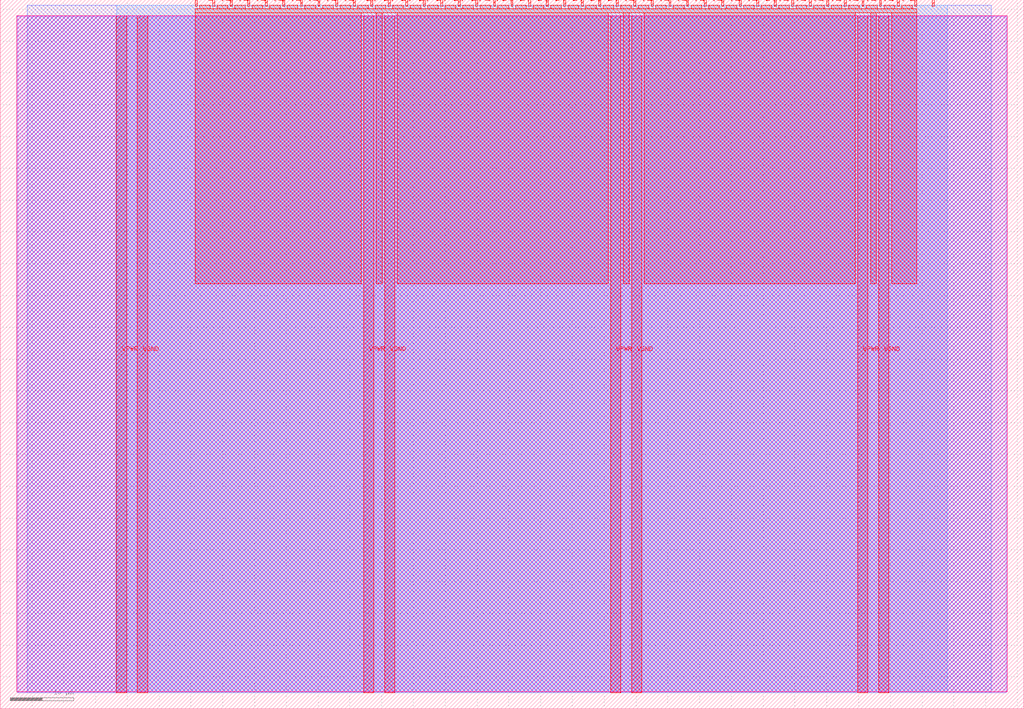
<source format=lef>
VERSION 5.7 ;
  NOWIREEXTENSIONATPIN ON ;
  DIVIDERCHAR "/" ;
  BUSBITCHARS "[]" ;
MACRO tt_um_lcd_controller_Andres078
  CLASS BLOCK ;
  FOREIGN tt_um_lcd_controller_Andres078 ;
  ORIGIN 0.000 0.000 ;
  SIZE 161.000 BY 111.520 ;
  PIN VGND
    DIRECTION INOUT ;
    USE GROUND ;
    PORT
      LAYER met4 ;
        RECT 21.580 2.480 23.180 109.040 ;
    END
    PORT
      LAYER met4 ;
        RECT 60.450 2.480 62.050 109.040 ;
    END
    PORT
      LAYER met4 ;
        RECT 99.320 2.480 100.920 109.040 ;
    END
    PORT
      LAYER met4 ;
        RECT 138.190 2.480 139.790 109.040 ;
    END
  END VGND
  PIN VPWR
    DIRECTION INOUT ;
    USE POWER ;
    PORT
      LAYER met4 ;
        RECT 18.280 2.480 19.880 109.040 ;
    END
    PORT
      LAYER met4 ;
        RECT 57.150 2.480 58.750 109.040 ;
    END
    PORT
      LAYER met4 ;
        RECT 96.020 2.480 97.620 109.040 ;
    END
    PORT
      LAYER met4 ;
        RECT 134.890 2.480 136.490 109.040 ;
    END
  END VPWR
  PIN clk
    DIRECTION INPUT ;
    USE SIGNAL ;
    ANTENNAGATEAREA 0.852000 ;
    PORT
      LAYER met4 ;
        RECT 143.830 110.520 144.130 111.520 ;
    END
  END clk
  PIN ena
    DIRECTION INPUT ;
    USE SIGNAL ;
    PORT
      LAYER met4 ;
        RECT 146.590 110.520 146.890 111.520 ;
    END
  END ena
  PIN rst_n
    DIRECTION INPUT ;
    USE SIGNAL ;
    ANTENNAGATEAREA 0.196500 ;
    PORT
      LAYER met4 ;
        RECT 141.070 110.520 141.370 111.520 ;
    END
  END rst_n
  PIN ui_in[0]
    DIRECTION INPUT ;
    USE SIGNAL ;
    PORT
      LAYER met4 ;
        RECT 138.310 110.520 138.610 111.520 ;
    END
  END ui_in[0]
  PIN ui_in[1]
    DIRECTION INPUT ;
    USE SIGNAL ;
    PORT
      LAYER met4 ;
        RECT 135.550 110.520 135.850 111.520 ;
    END
  END ui_in[1]
  PIN ui_in[2]
    DIRECTION INPUT ;
    USE SIGNAL ;
    PORT
      LAYER met4 ;
        RECT 132.790 110.520 133.090 111.520 ;
    END
  END ui_in[2]
  PIN ui_in[3]
    DIRECTION INPUT ;
    USE SIGNAL ;
    PORT
      LAYER met4 ;
        RECT 130.030 110.520 130.330 111.520 ;
    END
  END ui_in[3]
  PIN ui_in[4]
    DIRECTION INPUT ;
    USE SIGNAL ;
    PORT
      LAYER met4 ;
        RECT 127.270 110.520 127.570 111.520 ;
    END
  END ui_in[4]
  PIN ui_in[5]
    DIRECTION INPUT ;
    USE SIGNAL ;
    PORT
      LAYER met4 ;
        RECT 124.510 110.520 124.810 111.520 ;
    END
  END ui_in[5]
  PIN ui_in[6]
    DIRECTION INPUT ;
    USE SIGNAL ;
    PORT
      LAYER met4 ;
        RECT 121.750 110.520 122.050 111.520 ;
    END
  END ui_in[6]
  PIN ui_in[7]
    DIRECTION INPUT ;
    USE SIGNAL ;
    PORT
      LAYER met4 ;
        RECT 118.990 110.520 119.290 111.520 ;
    END
  END ui_in[7]
  PIN uio_in[0]
    DIRECTION INPUT ;
    USE SIGNAL ;
    PORT
      LAYER met4 ;
        RECT 116.230 110.520 116.530 111.520 ;
    END
  END uio_in[0]
  PIN uio_in[1]
    DIRECTION INPUT ;
    USE SIGNAL ;
    PORT
      LAYER met4 ;
        RECT 113.470 110.520 113.770 111.520 ;
    END
  END uio_in[1]
  PIN uio_in[2]
    DIRECTION INPUT ;
    USE SIGNAL ;
    PORT
      LAYER met4 ;
        RECT 110.710 110.520 111.010 111.520 ;
    END
  END uio_in[2]
  PIN uio_in[3]
    DIRECTION INPUT ;
    USE SIGNAL ;
    PORT
      LAYER met4 ;
        RECT 107.950 110.520 108.250 111.520 ;
    END
  END uio_in[3]
  PIN uio_in[4]
    DIRECTION INPUT ;
    USE SIGNAL ;
    PORT
      LAYER met4 ;
        RECT 105.190 110.520 105.490 111.520 ;
    END
  END uio_in[4]
  PIN uio_in[5]
    DIRECTION INPUT ;
    USE SIGNAL ;
    PORT
      LAYER met4 ;
        RECT 102.430 110.520 102.730 111.520 ;
    END
  END uio_in[5]
  PIN uio_in[6]
    DIRECTION INPUT ;
    USE SIGNAL ;
    PORT
      LAYER met4 ;
        RECT 99.670 110.520 99.970 111.520 ;
    END
  END uio_in[6]
  PIN uio_in[7]
    DIRECTION INPUT ;
    USE SIGNAL ;
    PORT
      LAYER met4 ;
        RECT 96.910 110.520 97.210 111.520 ;
    END
  END uio_in[7]
  PIN uio_oe[0]
    DIRECTION OUTPUT ;
    USE SIGNAL ;
    PORT
      LAYER met4 ;
        RECT 49.990 110.520 50.290 111.520 ;
    END
  END uio_oe[0]
  PIN uio_oe[1]
    DIRECTION OUTPUT ;
    USE SIGNAL ;
    PORT
      LAYER met4 ;
        RECT 47.230 110.520 47.530 111.520 ;
    END
  END uio_oe[1]
  PIN uio_oe[2]
    DIRECTION OUTPUT ;
    USE SIGNAL ;
    PORT
      LAYER met4 ;
        RECT 44.470 110.520 44.770 111.520 ;
    END
  END uio_oe[2]
  PIN uio_oe[3]
    DIRECTION OUTPUT ;
    USE SIGNAL ;
    PORT
      LAYER met4 ;
        RECT 41.710 110.520 42.010 111.520 ;
    END
  END uio_oe[3]
  PIN uio_oe[4]
    DIRECTION OUTPUT ;
    USE SIGNAL ;
    PORT
      LAYER met4 ;
        RECT 38.950 110.520 39.250 111.520 ;
    END
  END uio_oe[4]
  PIN uio_oe[5]
    DIRECTION OUTPUT ;
    USE SIGNAL ;
    PORT
      LAYER met4 ;
        RECT 36.190 110.520 36.490 111.520 ;
    END
  END uio_oe[5]
  PIN uio_oe[6]
    DIRECTION OUTPUT ;
    USE SIGNAL ;
    PORT
      LAYER met4 ;
        RECT 33.430 110.520 33.730 111.520 ;
    END
  END uio_oe[6]
  PIN uio_oe[7]
    DIRECTION OUTPUT ;
    USE SIGNAL ;
    PORT
      LAYER met4 ;
        RECT 30.670 110.520 30.970 111.520 ;
    END
  END uio_oe[7]
  PIN uio_out[0]
    DIRECTION OUTPUT ;
    USE SIGNAL ;
    PORT
      LAYER met4 ;
        RECT 72.070 110.520 72.370 111.520 ;
    END
  END uio_out[0]
  PIN uio_out[1]
    DIRECTION OUTPUT ;
    USE SIGNAL ;
    PORT
      LAYER met4 ;
        RECT 69.310 110.520 69.610 111.520 ;
    END
  END uio_out[1]
  PIN uio_out[2]
    DIRECTION OUTPUT ;
    USE SIGNAL ;
    PORT
      LAYER met4 ;
        RECT 66.550 110.520 66.850 111.520 ;
    END
  END uio_out[2]
  PIN uio_out[3]
    DIRECTION OUTPUT ;
    USE SIGNAL ;
    PORT
      LAYER met4 ;
        RECT 63.790 110.520 64.090 111.520 ;
    END
  END uio_out[3]
  PIN uio_out[4]
    DIRECTION OUTPUT ;
    USE SIGNAL ;
    PORT
      LAYER met4 ;
        RECT 61.030 110.520 61.330 111.520 ;
    END
  END uio_out[4]
  PIN uio_out[5]
    DIRECTION OUTPUT ;
    USE SIGNAL ;
    PORT
      LAYER met4 ;
        RECT 58.270 110.520 58.570 111.520 ;
    END
  END uio_out[5]
  PIN uio_out[6]
    DIRECTION OUTPUT ;
    USE SIGNAL ;
    PORT
      LAYER met4 ;
        RECT 55.510 110.520 55.810 111.520 ;
    END
  END uio_out[6]
  PIN uio_out[7]
    DIRECTION OUTPUT ;
    USE SIGNAL ;
    PORT
      LAYER met4 ;
        RECT 52.750 110.520 53.050 111.520 ;
    END
  END uio_out[7]
  PIN uo_out[0]
    DIRECTION OUTPUT ;
    USE SIGNAL ;
    ANTENNAGATEAREA 0.126000 ;
    ANTENNADIFFAREA 0.891000 ;
    PORT
      LAYER met4 ;
        RECT 94.150 110.520 94.450 111.520 ;
    END
  END uo_out[0]
  PIN uo_out[1]
    DIRECTION OUTPUT ;
    USE SIGNAL ;
    ANTENNAGATEAREA 0.247500 ;
    ANTENNADIFFAREA 0.891000 ;
    PORT
      LAYER met4 ;
        RECT 91.390 110.520 91.690 111.520 ;
    END
  END uo_out[1]
  PIN uo_out[2]
    DIRECTION OUTPUT ;
    USE SIGNAL ;
    ANTENNAGATEAREA 0.126000 ;
    ANTENNADIFFAREA 0.891000 ;
    PORT
      LAYER met4 ;
        RECT 88.630 110.520 88.930 111.520 ;
    END
  END uo_out[2]
  PIN uo_out[3]
    DIRECTION OUTPUT ;
    USE SIGNAL ;
    ANTENNAGATEAREA 0.126000 ;
    ANTENNADIFFAREA 0.891000 ;
    PORT
      LAYER met4 ;
        RECT 85.870 110.520 86.170 111.520 ;
    END
  END uo_out[3]
  PIN uo_out[4]
    DIRECTION OUTPUT ;
    USE SIGNAL ;
    ANTENNAGATEAREA 0.126000 ;
    ANTENNADIFFAREA 0.891000 ;
    PORT
      LAYER met4 ;
        RECT 83.110 110.520 83.410 111.520 ;
    END
  END uo_out[4]
  PIN uo_out[5]
    DIRECTION OUTPUT ;
    USE SIGNAL ;
    ANTENNAGATEAREA 0.126000 ;
    ANTENNADIFFAREA 0.891000 ;
    PORT
      LAYER met4 ;
        RECT 80.350 110.520 80.650 111.520 ;
    END
  END uo_out[5]
  PIN uo_out[6]
    DIRECTION OUTPUT ;
    USE SIGNAL ;
    PORT
      LAYER met4 ;
        RECT 77.590 110.520 77.890 111.520 ;
    END
  END uo_out[6]
  PIN uo_out[7]
    DIRECTION OUTPUT ;
    USE SIGNAL ;
    PORT
      LAYER met4 ;
        RECT 74.830 110.520 75.130 111.520 ;
    END
  END uo_out[7]
  OBS
      LAYER nwell ;
        RECT 2.570 2.635 158.430 108.990 ;
      LAYER li1 ;
        RECT 2.760 2.635 158.240 108.885 ;
      LAYER met1 ;
        RECT 2.760 2.480 158.240 109.040 ;
      LAYER met2 ;
        RECT 4.240 2.535 155.840 110.685 ;
      LAYER met3 ;
        RECT 18.290 2.555 148.975 110.665 ;
      LAYER met4 ;
        RECT 31.370 110.120 33.030 110.665 ;
        RECT 34.130 110.120 35.790 110.665 ;
        RECT 36.890 110.120 38.550 110.665 ;
        RECT 39.650 110.120 41.310 110.665 ;
        RECT 42.410 110.120 44.070 110.665 ;
        RECT 45.170 110.120 46.830 110.665 ;
        RECT 47.930 110.120 49.590 110.665 ;
        RECT 50.690 110.120 52.350 110.665 ;
        RECT 53.450 110.120 55.110 110.665 ;
        RECT 56.210 110.120 57.870 110.665 ;
        RECT 58.970 110.120 60.630 110.665 ;
        RECT 61.730 110.120 63.390 110.665 ;
        RECT 64.490 110.120 66.150 110.665 ;
        RECT 67.250 110.120 68.910 110.665 ;
        RECT 70.010 110.120 71.670 110.665 ;
        RECT 72.770 110.120 74.430 110.665 ;
        RECT 75.530 110.120 77.190 110.665 ;
        RECT 78.290 110.120 79.950 110.665 ;
        RECT 81.050 110.120 82.710 110.665 ;
        RECT 83.810 110.120 85.470 110.665 ;
        RECT 86.570 110.120 88.230 110.665 ;
        RECT 89.330 110.120 90.990 110.665 ;
        RECT 92.090 110.120 93.750 110.665 ;
        RECT 94.850 110.120 96.510 110.665 ;
        RECT 97.610 110.120 99.270 110.665 ;
        RECT 100.370 110.120 102.030 110.665 ;
        RECT 103.130 110.120 104.790 110.665 ;
        RECT 105.890 110.120 107.550 110.665 ;
        RECT 108.650 110.120 110.310 110.665 ;
        RECT 111.410 110.120 113.070 110.665 ;
        RECT 114.170 110.120 115.830 110.665 ;
        RECT 116.930 110.120 118.590 110.665 ;
        RECT 119.690 110.120 121.350 110.665 ;
        RECT 122.450 110.120 124.110 110.665 ;
        RECT 125.210 110.120 126.870 110.665 ;
        RECT 127.970 110.120 129.630 110.665 ;
        RECT 130.730 110.120 132.390 110.665 ;
        RECT 133.490 110.120 135.150 110.665 ;
        RECT 136.250 110.120 137.910 110.665 ;
        RECT 139.010 110.120 140.670 110.665 ;
        RECT 141.770 110.120 143.430 110.665 ;
        RECT 30.655 109.440 144.145 110.120 ;
        RECT 30.655 66.815 56.750 109.440 ;
        RECT 59.150 66.815 60.050 109.440 ;
        RECT 62.450 66.815 95.620 109.440 ;
        RECT 98.020 66.815 98.920 109.440 ;
        RECT 101.320 66.815 134.490 109.440 ;
        RECT 136.890 66.815 137.790 109.440 ;
        RECT 140.190 66.815 144.145 109.440 ;
  END
END tt_um_lcd_controller_Andres078
END LIBRARY


</source>
